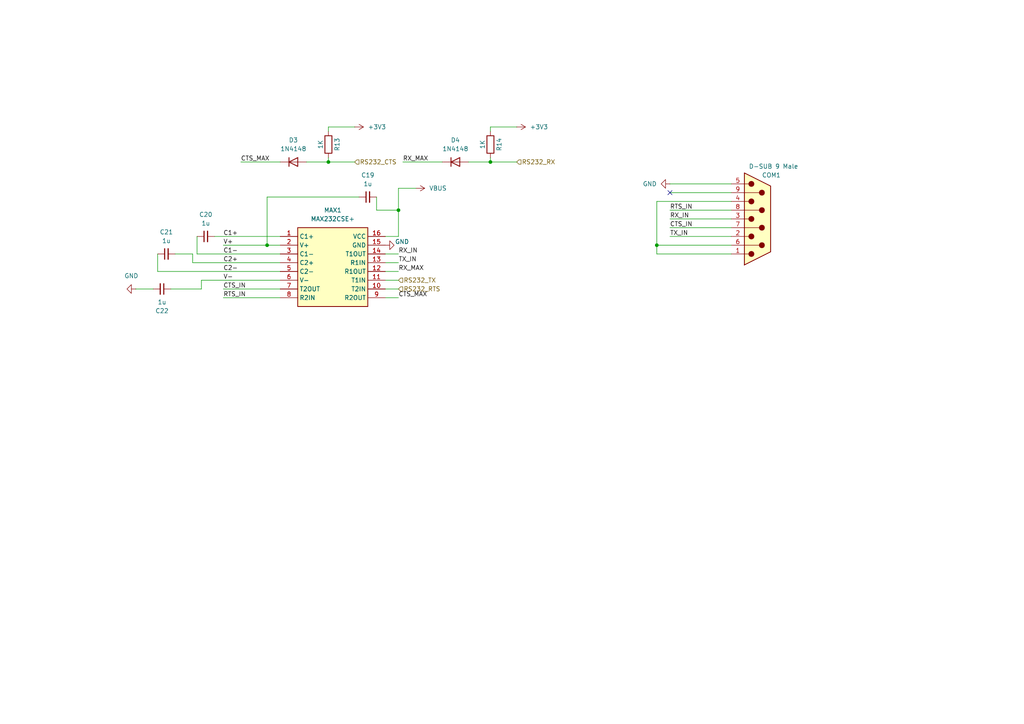
<source format=kicad_sch>
(kicad_sch (version 20250114) (generator "eeschema") (generator_version "9.0")
  (paper "A4")
  (title_block (title "Protea") (date "2025-03-08") (rev "2.03") (company "Mikhail Matveev") (comment 1 "https://github.com/xtremespb/frank"))
  (lib_symbols
    (symbol "Device:C_Small" (pin_numbers (hide yes)) (pin_names (offset 0.254) (hide yes))
      (property "Reference" "C" (at 0.254 1.778 0))
      (property "Value" "C_Small" (at 0.254 -2.032 0))
      (symbol "C_Small_0_1"
        (polyline (pts (xy -1.524 0.508) (xy 1.524 0.508)) (stroke (width 0.3048)))
        (polyline (pts (xy -1.524 -0.508) (xy 1.524 -0.508)) (stroke (width 0.3302)))
      )
      (symbol "C_Small_1_1"
        (pin passive line (at 0 2.54 270) (length 2.032) (name "~") (number "1"))
        (pin passive line (at 0 -2.54 90) (length 2.032) (name "~") (number "2"))
      )
    )
    (symbol "Device:R" (pin_numbers (hide yes)) (pin_names (offset 0))
      (property "Reference" "R" (at 2.032 0 90))
      (property "Value" "R" (at 0 0 90))
      (symbol "R_0_1"
        (rectangle (start -1.016 -2.54) (end 1.016 2.54) (stroke (width 0.254)))
      )
      (symbol "R_1_1"
        (pin passive line (at 0 3.81 270) (length 1.27) (name "~") (number "1"))
        (pin passive line (at 0 -3.81 90) (length 1.27) (name "~") (number "2"))
      )
    )
    (symbol "Diode:1N4148" (pin_numbers (hide yes)) (pin_names (hide yes))
      (property "Reference" "D" (at 0 2.54 0))
      (property "Value" "1N4148" (at 0 -2.54 0))
      (symbol "1N4148_0_1"
        (polyline (pts (xy -1.27 1.27) (xy -1.27 -1.27)) (stroke (width 0.254)))
        (polyline (pts (xy 1.27 1.27) (xy 1.27 -1.27) (xy -1.27 0) (xy 1.27 1.27)) (stroke (width 0.254)))
        (polyline (pts (xy 1.27 0) (xy -1.27 0)))
      )
      (symbol "1N4148_1_1"
        (pin passive line (at -3.81 0 0) (length 2.54) (name "K") (number "1"))
        (pin passive line (at 3.81 0 180) (length 2.54) (name "A") (number "2"))
      )
    )
    (symbol "FRANK:DB9_Male_Small" (pin_names (offset 1.016) (hide yes))
      (property "Reference" "JOY1" (at 1.27 12.7 0))
      (symbol "DB9_Male_Small_0_1"
        (polyline (pts (xy -3.81 10.16) (xy -2.54 10.16)))
        (polyline (pts (xy -3.81 7.62) (xy 0.508 7.62)))
        (polyline (pts (xy -3.81 5.08) (xy -2.54 5.08)))
        (polyline (pts (xy -3.81 2.54) (xy 0.508 2.54)))
        (polyline (pts (xy -3.81 0) (xy -2.54 0)))
        (polyline (pts (xy -3.81 -2.54) (xy 0.508 -2.54)))
        (polyline (pts (xy -3.81 -5.08) (xy -2.54 -5.08)))
        (polyline (pts (xy -3.81 -7.62) (xy 0.508 -7.62)))
        (polyline (pts (xy -3.81 -10.16) (xy -2.54 -10.16)))
        (polyline (pts (xy -3.81 -13.335) (xy -3.81 13.335) (xy 3.81 9.525) (xy 3.81 -9.525) (xy -3.81 -13.335)) (stroke (width 0.254)) (fill (type background)))
        (circle (center -1.778 10.16) (radius 0.762) (fill (type outline)))
        (circle (center -1.778 5.08) (radius 0.762) (fill (type outline)))
        (circle (center -1.778 0) (radius 0.762) (fill (type outline)))
        (circle (center -1.778 -5.08) (radius 0.762) (fill (type outline)))
        (circle (center -1.778 -10.16) (radius 0.762) (fill (type outline)))
        (circle (center 1.27 7.62) (radius 0.762) (fill (type outline)))
        (circle (center 1.27 2.54) (radius 0.762) (fill (type outline)))
        (circle (center 1.27 -2.54) (radius 0.762) (fill (type outline)))
        (circle (center 1.27 -7.62) (radius 0.762) (fill (type outline)))
      )
      (symbol "DB9_Male_Small_1_1"
        (pin passive line (at -7.62 10.16 0) (length 3.81) (name "5") (number "5"))
        (pin passive line (at -7.62 7.62 0) (length 3.81) (name "9") (number "9"))
        (pin passive line (at -7.62 5.08 0) (length 3.81) (name "4") (number "4"))
        (pin passive line (at -7.62 2.54 0) (length 3.81) (name "8") (number "8"))
        (pin passive line (at -7.62 0 0) (length 3.81) (name "3") (number "3"))
        (pin passive line (at -7.62 -2.54 0) (length 3.81) (name "7") (number "7"))
        (pin passive line (at -7.62 -5.08 0) (length 3.81) (name "2") (number "2"))
        (pin passive line (at -7.62 -7.62 0) (length 3.81) (name "6") (number "6"))
        (pin passive line (at -7.62 -10.16 0) (length 3.81) (name "1") (number "1"))
      )
    )
    (symbol "FRANK:MAX232CSE+"
      (property "Reference" "MAX1" (at 15.24 7.62 0))
      (property "Value" "MAX232CSE+" (at 15.24 5.08 0))
      (symbol "MAX232CSE+_1_1"
        (rectangle (start 5.08 2.54) (end 25.4 -20.32) (stroke (width 0.254)) (fill (type background)))
        (pin passive line (at 0 0 0) (length 5.08) (name "C1+") (number "1"))
        (pin passive line (at 0 -2.54 0) (length 5.08) (name "V+") (number "2"))
        (pin passive line (at 0 -5.08 0) (length 5.08) (name "C1-") (number "3"))
        (pin passive line (at 0 -7.62 0) (length 5.08) (name "C2+") (number "4"))
        (pin passive line (at 0 -10.16 0) (length 5.08) (name "C2-") (number "5"))
        (pin passive line (at 0 -12.7 0) (length 5.08) (name "V-") (number "6"))
        (pin passive line (at 0 -15.24 0) (length 5.08) (name "T2OUT") (number "7"))
        (pin passive line (at 0 -17.78 0) (length 5.08) (name "R2IN") (number "8"))
        (pin passive line (at 30.48 0 180) (length 5.08) (name "VCC") (number "16"))
        (pin passive line (at 30.48 -2.54 180) (length 5.08) (name "GND") (number "15"))
        (pin passive line (at 30.48 -5.08 180) (length 5.08) (name "T1OUT") (number "14"))
        (pin passive line (at 30.48 -7.62 180) (length 5.08) (name "R1IN") (number "13"))
        (pin passive line (at 30.48 -10.16 180) (length 5.08) (name "R1OUT") (number "12"))
        (pin passive line (at 30.48 -12.7 180) (length 5.08) (name "T1IN") (number "11"))
        (pin passive line (at 30.48 -15.24 180) (length 5.08) (name "T2IN") (number "10"))
        (pin passive line (at 30.48 -17.78 180) (length 5.08) (name "R2OUT") (number "9"))
      )
    )
    (symbol "GND_2" (power) (pin_numbers (hide yes)) (pin_names (offset 0) (hide yes))
      (property "Value" "GND" (at 0 -3.81 0))
      (symbol "GND_2_0_1"
        (polyline (pts (xy 0 0) (xy 0 -1.27) (xy 1.27 -1.27) (xy 0 -2.54) (xy -1.27 -1.27) (xy 0 -1.27)))
      )
      (symbol "GND_2_1_1"
        (pin power_in line (at 0 0 270) (length 0) (name "~") (number "1"))
      )
    )
    (symbol "GND_3" (power) (pin_numbers (hide yes)) (pin_names (offset 0) (hide yes))
      (property "Value" "GND" (at 0 -3.81 0))
      (symbol "GND_3_0_1"
        (polyline (pts (xy 0 0) (xy 0 -1.27) (xy 1.27 -1.27) (xy 0 -2.54) (xy -1.27 -1.27) (xy 0 -1.27)))
      )
      (symbol "GND_3_1_1"
        (pin power_in line (at 0 0 270) (length 0) (name "~") (number "1"))
      )
    )
    (symbol "GND_7" (power) (pin_numbers (hide yes)) (pin_names (offset 0) (hide yes))
      (property "Value" "GND" (at 0 -3.81 0))
      (symbol "GND_7_0_1"
        (polyline (pts (xy 0 0) (xy 0 -1.27) (xy 1.27 -1.27) (xy 0 -2.54) (xy -1.27 -1.27) (xy 0 -1.27)))
      )
      (symbol "GND_7_1_1"
        (pin power_in line (at 0 0 270) (length 0) (name "~") (number "1"))
      )
    )
    (symbol "power:+3V3" (power) (pin_numbers (hide yes)) (pin_names (offset 0) (hide yes))
      (property "Value" "+3V3" (at 0 3.556 0))
      (symbol "+3V3_0_1"
        (polyline (pts (xy -0.762 1.27) (xy 0 2.54)))
        (polyline (pts (xy 0 2.54) (xy 0.762 1.27)))
        (polyline (pts (xy 0 0) (xy 0 2.54)))
      )
      (symbol "+3V3_1_1"
        (pin power_in line (at 0 0 90) (length 0) (name "~") (number "1"))
      )
    )
    (symbol "power:VBUS" (power) (pin_numbers (hide yes)) (pin_names (offset 0) (hide yes))
      (property "Value" "VBUS" (at 0 3.556 0))
      (symbol "VBUS_0_1"
        (polyline (pts (xy -0.762 1.27) (xy 0 2.54)))
        (polyline (pts (xy 0 2.54) (xy 0.762 1.27)))
        (polyline (pts (xy 0 0) (xy 0 2.54)))
      )
      (symbol "VBUS_1_1"
        (pin power_in line (at 0 0 90) (length 0) (name "~") (number "1"))
      )
    )
  )
  (junction (at 95.25 46.99))
  (junction (at 142.24 46.99))
  (junction (at 190.5 71.12))
  (junction (at 115.57 60.96))
  (junction (at 77.47 71.12))
  (no_connect (at 194.31 55.88))
  (wire (pts (xy 111.76 83.82) (xy 115.57 83.82)))
  (wire (pts (xy 111.76 78.74) (xy 115.57 78.74)))
  (wire (pts (xy 58.42 83.82) (xy 58.42 81.28)))
  (wire (pts (xy 190.5 73.66) (xy 190.5 71.12)))
  (wire (pts (xy 44.45 83.82) (xy 39.37 83.82)))
  (wire (pts (xy 58.42 81.28) (xy 81.28 81.28)))
  (wire (pts (xy 142.24 36.83) (xy 142.24 38.1)))
  (wire (pts (xy 109.22 60.96) (xy 109.22 57.15)))
  (wire (pts (xy 45.72 78.74) (xy 81.28 78.74)))
  (wire (pts (xy 49.53 83.82) (xy 58.42 83.82)))
  (wire (pts (xy 62.23 68.58) (xy 81.28 68.58)))
  (wire (pts (xy 190.5 71.12) (xy 190.5 58.42)))
  (wire (pts (xy 190.5 58.42) (xy 212.09 58.42)))
  (wire (pts (xy 95.25 45.72) (xy 95.25 46.99)))
  (wire (pts (xy 116.84 46.99) (xy 128.27 46.99)))
  (wire (pts (xy 135.89 46.99) (xy 142.24 46.99)))
  (wire (pts (xy 111.76 68.58) (xy 115.57 68.58)))
  (wire (pts (xy 64.77 86.36) (xy 81.28 86.36)))
  (wire (pts (xy 190.5 71.12) (xy 212.09 71.12)))
  (wire (pts (xy 50.8 73.66) (xy 55.88 73.66)))
  (wire (pts (xy 115.57 54.61) (xy 120.65 54.61)))
  (wire (pts (xy 95.25 46.99) (xy 102.87 46.99)))
  (wire (pts (xy 77.47 57.15) (xy 77.47 71.12)))
  (wire (pts (xy 57.15 68.58) (xy 57.15 73.66)))
  (wire (pts (xy 57.15 73.66) (xy 81.28 73.66)))
  (wire (pts (xy 194.31 66.04) (xy 212.09 66.04)))
  (wire (pts (xy 55.88 73.66) (xy 55.88 76.2)))
  (wire (pts (xy 111.76 86.36) (xy 115.57 86.36)))
  (wire (pts (xy 55.88 76.2) (xy 81.28 76.2)))
  (wire (pts (xy 102.87 36.83) (xy 95.25 36.83)))
  (wire (pts (xy 194.31 53.34) (xy 212.09 53.34)))
  (wire (pts (xy 149.86 36.83) (xy 142.24 36.83)))
  (wire (pts (xy 45.72 73.66) (xy 45.72 78.74)))
  (wire (pts (xy 194.31 63.5) (xy 212.09 63.5)))
  (wire (pts (xy 64.77 83.82) (xy 81.28 83.82)))
  (wire (pts (xy 194.31 60.96) (xy 212.09 60.96)))
  (wire (pts (xy 64.77 71.12) (xy 77.47 71.12)))
  (wire (pts (xy 95.25 36.83) (xy 95.25 38.1)))
  (wire (pts (xy 77.47 71.12) (xy 81.28 71.12)))
  (wire (pts (xy 104.14 57.15) (xy 77.47 57.15)))
  (wire (pts (xy 88.9 46.99) (xy 95.25 46.99)))
  (wire (pts (xy 142.24 45.72) (xy 142.24 46.99)))
  (wire (pts (xy 194.31 55.88) (xy 212.09 55.88)))
  (wire (pts (xy 142.24 46.99) (xy 149.86 46.99)))
  (wire (pts (xy 111.76 73.66) (xy 115.57 73.66)))
  (wire (pts (xy 111.76 76.2) (xy 115.57 76.2)))
  (wire (pts (xy 190.5 73.66) (xy 212.09 73.66)))
  (wire (pts (xy 115.57 60.96) (xy 115.57 54.61)))
  (wire (pts (xy 115.57 60.96) (xy 115.57 68.58)))
  (wire (pts (xy 111.76 81.28) (xy 115.57 81.28)))
  (wire (pts (xy 194.31 68.58) (xy 212.09 68.58)))
  (wire (pts (xy 69.85 46.99) (xy 81.28 46.99)))
  (wire (pts (xy 109.22 60.96) (xy 115.57 60.96)))
  (label "CTS_MAX" (at 115.57 86.36 0))
  (label "RX_IN" (at 115.57 73.66 0))
  (label "CTS_IN" (at 64.77 83.82 0))
  (label "CTS_MAX" (at 69.85 46.99 0))
  (label "RX_MAX" (at 116.84 46.99 0))
  (label "TX_IN" (at 194.31 68.58 0))
  (label "C1-" (at 64.77 73.66 0))
  (label "V-" (at 64.77 81.28 0))
  (label "RTS_IN" (at 194.31 60.96 0))
  (label "C2-" (at 64.77 78.74 0))
  (label "RX_MAX" (at 115.57 78.74 0))
  (label "C1+" (at 64.77 68.58 0))
  (label "RTS_IN" (at 64.77 86.36 0))
  (label "C2+" (at 64.77 76.2 0))
  (label "CTS_IN" (at 194.31 66.04 0))
  (label "TX_IN" (at 115.57 76.2 0))
  (label "RX_IN" (at 194.31 63.5 0))
  (label "V+" (at 64.77 71.12 0))
  (hierarchical_label "RS232_RX" (shape input) (at 149.86 46.99 0))
  (hierarchical_label "RS232_CTS" (shape input) (at 102.87 46.99 0))
  (hierarchical_label "RS232_RTS" (shape input) (at 115.57 83.82 0))
  (hierarchical_label "RS232_TX" (shape input) (at 115.57 81.28 0))
  (symbol (lib_id "Device:C_Small") (at 59.69 68.58 90) (unit 1)
    (property "Reference" "C20" (at 59.6963 62.23 90))
    (property "Value" "1u" (at 59.6963 64.77 90))
    (property "Footprint" "FRANK:Capacitor (0805)" (effects (hide yes)))
    (property "Datasheet" "https://eu.mouser.com/datasheet/2/447/KEM_C1075_X7R_HT_SMD-3316221.pdf" (effects (hide yes)))
    (property "Description" "Unpolarized capacitor, small symbol" (effects (hide yes)))
    (property "AliExpress" "https://www.aliexpress.com/item/33008008276.html" (effects (hide yes)))
  )
  (symbol (lib_id "power:+3V3") (at 102.87 36.83 270) (unit 1)
    (property "Reference" "#PWR034" (effects (hide yes)))
    (property "Value" "+3V3" (at 106.68 36.8299 90) (effects (justify left)))
    (property "Description" "Power symbol creates a global label with name \"+3V3\"" (effects (hide yes)))
  )
  (symbol (lib_id "power:VBUS") (at 120.65 54.61 270) (unit 1)
    (property "Reference" "#PWR037" (effects (hide yes)))
    (property "Value" "VBUS" (at 124.46 54.6099 90) (effects (justify left)))
    (property "Description" "Power symbol creates a global label with name \"VBUS\"" (effects (hide yes)))
  )
  (symbol (lib_id "Device:C_Small") (at 48.26 73.66 90) (unit 1)
    (property "Reference" "C21" (at 48.2663 67.31 90))
    (property "Value" "1u" (at 48.2663 69.85 90))
    (property "Footprint" "FRANK:Capacitor (0805)" (effects (hide yes)))
    (property "Datasheet" "https://eu.mouser.com/datasheet/2/447/KEM_C1075_X7R_HT_SMD-3316221.pdf" (effects (hide yes)))
    (property "Description" "Unpolarized capacitor, small symbol" (effects (hide yes)))
    (property "AliExpress" "https://www.aliexpress.com/item/33008008276.html" (effects (hide yes)))
  )
  (symbol (lib_id "Device:C_Small") (at 106.68 57.15 90) (unit 1)
    (property "Reference" "C19" (at 106.6863 50.8 90))
    (property "Value" "1u" (at 106.6863 53.34 90))
    (property "Footprint" "FRANK:Capacitor (0805)" (effects (hide yes)))
    (property "Datasheet" "https://eu.mouser.com/datasheet/2/447/KEM_C1075_X7R_HT_SMD-3316221.pdf" (effects (hide yes)))
    (property "Description" "Unpolarized capacitor, small symbol" (effects (hide yes)))
    (property "AliExpress" "https://www.aliexpress.com/item/33008008276.html" (effects (hide yes)))
  )
  (symbol (lib_id "power:+3V3") (at 149.86 36.83 270) (unit 1)
    (property "Reference" "#PWR035" (effects (hide yes)))
    (property "Value" "+3V3" (at 153.67 36.8299 90) (effects (justify left)))
    (property "Description" "Power symbol creates a global label with name \"+3V3\"" (effects (hide yes)))
  )
  (symbol (lib_id "Device:R") (at 142.24 41.91 180) (unit 1)
    (property "Reference" "R14" (at 144.78 41.91 90))
    (property "Value" "1K" (at 139.954 41.91 90))
    (property "Footprint" "FRANK:Resistor (0805)" (effects (hide yes)))
    (property "Datasheet" "https://www.vishay.com/docs/28952/mcs0402at-mct0603at-mcu0805at-mca1206at.pdf" (effects (hide yes)))
    (property "AliExpress" "https://www.aliexpress.com/item/1005005945735199.html" (effects (hide yes)))
  )
  (symbol (lib_id "Device:C_Small") (at 46.99 83.82 270) (unit 1)
    (property "Reference" "C22" (at 46.99 90.17 90))
    (property "Value" "1u" (at 46.99 87.63 90))
    (property "Footprint" "FRANK:Capacitor (0805)" (effects (hide yes)))
    (property "Datasheet" "https://eu.mouser.com/datasheet/2/447/KEM_C1075_X7R_HT_SMD-3316221.pdf" (effects (hide yes)))
    (property "Description" "Unpolarized capacitor, small symbol" (effects (hide yes)))
    (property "AliExpress" "https://www.aliexpress.com/item/33008008276.html" (effects (hide yes)))
  )
  (symbol (lib_name "GND_3") (lib_id "power:GND") (at 194.31 53.34 270) (unit 1)
    (property "Reference" "#PWR036" (effects (hide yes)))
    (property "Value" "GND" (at 190.5 53.3399 90) (effects (justify right)))
    (property "Description" "Power symbol creates a global label with name \"GND\" , ground" (effects (hide yes)))
  )
  (symbol (lib_id "Diode:1N4148") (at 132.08 46.99 0) (unit 1)
    (property "Reference" "D4" (at 132.08 40.64 0))
    (property "Value" "1N4148" (at 132.08 43.18 0))
    (property "Footprint" "FRANK:Diode (SOD-323)" (effects (hide yes)))
    (property "Datasheet" "https://www.vishay.com/docs/85748/1n4148w.pdf" (effects (hide yes)))
    (property "Description" "100V 0.15A standard switching diode, DO-35" (effects (hide yes)))
    (property "Sim.Device" "D" (effects (hide yes)))
    (property "Sim.Pins" "1=K 2=A" (effects (hide yes)))
    (property "AliExpress" "https://www.aliexpress.com/item/1005005707644429.html" (effects (hide yes)))
  )
  (symbol (lib_id "FRANK:MAX232CSE+") (at 81.28 68.58 0) (unit 1)
    (property "Reference" "MAX1" (at 96.52 60.96 0))
    (property "Value" "MAX232CSE+" (at 96.52 63.5 0))
    (property "Footprint" "FRANK:SOIC127P600X175-16N" (effects (hide yes)))
    (property "Datasheet" "http://datasheets.maximintegrated.com/en/ds/MAX220-MAX249.pdf" (effects (hide yes)))
    (property "Description" "MAX232CSE+, Line Transceiver, EIA/TIA-232-E, RS-232, V.24, V.28 2-TX 2-RX 2-TRX, 5V, 16-Pin SOIC" (effects (hide yes)))
    (property "Height" "1.75" (effects (hide yes)))
    (property "Mouser Part Number" "700-MAX232CSE" (effects (hide yes)))
    (property "Mouser Price/Stock" "https://www.mouser.co.uk/ProductDetail/Analog-Devices-Maxim-Integrated/MAX232CSE%2b?qs=1THa7WoU59E0tHinO%252BHrBQ%3D%3D" (effects (hide yes)))
    (property "Manufacturer_Name" "Analog Devices" (effects (hide yes)))
    (property "Manufacturer_Part_Number" "MAX232CSE+" (effects (hide yes)))
    (property "AliExpress" "https://www.aliexpress.com/item/1005006286473801.html" (effects (hide yes)))
  )
  (symbol (lib_name "GND_7") (lib_id "power:GND") (at 39.37 83.82 270) (unit 1)
    (property "Reference" "#PWR039" (effects (hide yes)))
    (property "Value" "GND" (at 38.1 80.01 90))
    (property "Description" "Power symbol creates a global label with name \"GND\" , ground" (effects (hide yes)))
  )
  (symbol (lib_id "Device:R") (at 95.25 41.91 180) (unit 1)
    (property "Reference" "R13" (at 97.79 41.91 90))
    (property "Value" "1K" (at 92.964 41.91 90))
    (property "Footprint" "FRANK:Resistor (0805)" (effects (hide yes)))
    (property "Datasheet" "https://www.vishay.com/docs/28952/mcs0402at-mct0603at-mcu0805at-mca1206at.pdf" (effects (hide yes)))
    (property "AliExpress" "https://www.aliexpress.com/item/1005005945735199.html" (effects (hide yes)))
  )
  (symbol (lib_name "GND_2") (lib_id "power:GND") (at 111.76 71.12 90) (unit 1)
    (property "Reference" "#PWR038" (effects (hide yes)))
    (property "Value" "GND" (at 114.554 70.104 90) (effects (justify right)))
    (property "Description" "Power symbol creates a global label with name \"GND\" , ground" (effects (hide yes)))
  )
  (symbol (lib_id "Diode:1N4148") (at 85.09 46.99 0) (unit 1)
    (property "Reference" "D3" (at 85.09 40.64 0))
    (property "Value" "1N4148" (at 85.09 43.18 0))
    (property "Footprint" "FRANK:Diode (SOD-323)" (effects (hide yes)))
    (property "Datasheet" "https://www.vishay.com/docs/85748/1n4148w.pdf" (effects (hide yes)))
    (property "Description" "100V 0.15A standard switching diode, DO-35" (effects (hide yes)))
    (property "Sim.Device" "D" (effects (hide yes)))
    (property "Sim.Pins" "1=K 2=A" (effects (hide yes)))
    (property "AliExpress" "https://www.aliexpress.com/item/1005005707644429.html" (effects (hide yes)))
  )
  (symbol (lib_id "FRANK:DB9_Male_Small") (at 219.71 63.5 0) (unit 1)
    (property "Reference" "COM1" (at 220.98 50.8 0) (effects (justify left)))
    (property "Value" "D-SUB 9 Male" (at 217.17 48.26 0) (effects (justify left)))
    (property "Footprint" "FRANK:D-SUB (9 pin, male, top mount)" (effects (hide yes)))
    (property "Datasheet" "https://eu.mouser.com/datasheet/2/578/original-3313093.pdf" (effects (hide yes)))
    (property "AliExpress" "https://www.aliexpress.com/item/4001214300548.html" (effects (hide yes)))
  )
)
</source>
